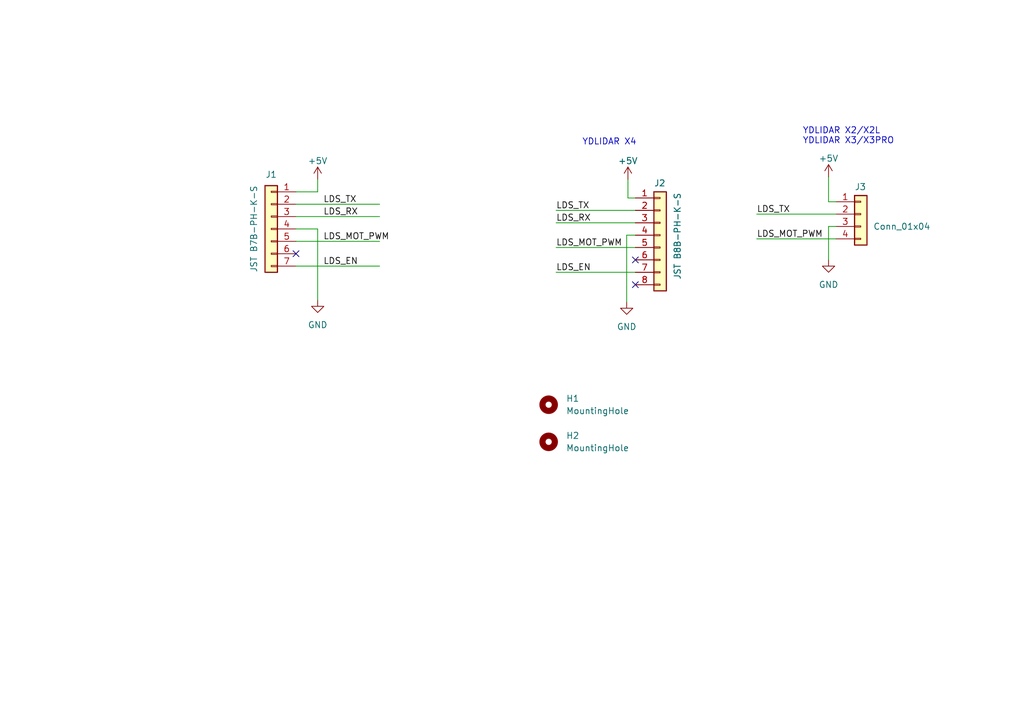
<source format=kicad_sch>
(kicad_sch (version 20230121) (generator eeschema)
  (paper "A5")
  (title_block (title "LDS Breakout") (date "2024-02-02") (rev "0.1.0") (company "makerspet.com"))
  (lib_symbols
    (symbol "Connector_Generic:Conn_01x04" (pin_names (offset 1.016) hide)
      (property "Reference" "J" (at 0 5.08 0))
      (property "Value" "Conn_01x04" (at 0 -7.62 0))
      (symbol "Conn_01x04_1_1"
        (rectangle (start -1.27 -4.953) (end 0 -5.207) (stroke (width 0.1524)))
        (rectangle (start -1.27 -2.413) (end 0 -2.667) (stroke (width 0.1524)))
        (rectangle (start -1.27 0.127) (end 0 -0.127) (stroke (width 0.1524)))
        (rectangle (start -1.27 2.667) (end 0 2.413) (stroke (width 0.1524)))
        (rectangle (start -1.27 3.81) (end 1.27 -6.35) (stroke (width 0.254)) (fill (type background)))
        (pin passive line (at -5.08 2.54 0) (length 3.81) (name "Pin_1") (number "1"))
        (pin passive line (at -5.08 0 0) (length 3.81) (name "Pin_2") (number "2"))
        (pin passive line (at -5.08 -2.54 0) (length 3.81) (name "Pin_3") (number "3"))
        (pin passive line (at -5.08 -5.08 0) (length 3.81) (name "Pin_4") (number "4"))
      )
    )
    (symbol "Connector_Generic:Conn_01x07" (pin_names (offset 1.016) hide)
      (property "Reference" "J" (at 0 10.16 0))
      (property "Value" "Conn_01x07" (at 0 -10.16 0))
      (symbol "Conn_01x07_1_1"
        (rectangle (start -1.27 -7.493) (end 0 -7.747) (stroke (width 0.1524)))
        (rectangle (start -1.27 -4.953) (end 0 -5.207) (stroke (width 0.1524)))
        (rectangle (start -1.27 -2.413) (end 0 -2.667) (stroke (width 0.1524)))
        (rectangle (start -1.27 0.127) (end 0 -0.127) (stroke (width 0.1524)))
        (rectangle (start -1.27 2.667) (end 0 2.413) (stroke (width 0.1524)))
        (rectangle (start -1.27 5.207) (end 0 4.953) (stroke (width 0.1524)))
        (rectangle (start -1.27 7.747) (end 0 7.493) (stroke (width 0.1524)))
        (rectangle (start -1.27 8.89) (end 1.27 -8.89) (stroke (width 0.254)) (fill (type background)))
        (pin passive line (at -5.08 7.62 0) (length 3.81) (name "Pin_1") (number "1"))
        (pin passive line (at -5.08 5.08 0) (length 3.81) (name "Pin_2") (number "2"))
        (pin passive line (at -5.08 2.54 0) (length 3.81) (name "Pin_3") (number "3"))
        (pin passive line (at -5.08 0 0) (length 3.81) (name "Pin_4") (number "4"))
        (pin passive line (at -5.08 -2.54 0) (length 3.81) (name "Pin_5") (number "5"))
        (pin passive line (at -5.08 -5.08 0) (length 3.81) (name "Pin_6") (number "6"))
        (pin passive line (at -5.08 -7.62 0) (length 3.81) (name "Pin_7") (number "7"))
      )
    )
    (symbol "Connector_Generic:Conn_01x08" (pin_names (offset 1.016) hide)
      (property "Reference" "J" (at 0 10.16 0))
      (property "Value" "Conn_01x08" (at 0 -12.7 0))
      (symbol "Conn_01x08_1_1"
        (rectangle (start -1.27 -10.033) (end 0 -10.287) (stroke (width 0.1524)))
        (rectangle (start -1.27 -7.493) (end 0 -7.747) (stroke (width 0.1524)))
        (rectangle (start -1.27 -4.953) (end 0 -5.207) (stroke (width 0.1524)))
        (rectangle (start -1.27 -2.413) (end 0 -2.667) (stroke (width 0.1524)))
        (rectangle (start -1.27 0.127) (end 0 -0.127) (stroke (width 0.1524)))
        (rectangle (start -1.27 2.667) (end 0 2.413) (stroke (width 0.1524)))
        (rectangle (start -1.27 5.207) (end 0 4.953) (stroke (width 0.1524)))
        (rectangle (start -1.27 7.747) (end 0 7.493) (stroke (width 0.1524)))
        (rectangle (start -1.27 8.89) (end 1.27 -11.43) (stroke (width 0.254)) (fill (type background)))
        (pin passive line (at -5.08 7.62 0) (length 3.81) (name "Pin_1") (number "1"))
        (pin passive line (at -5.08 5.08 0) (length 3.81) (name "Pin_2") (number "2"))
        (pin passive line (at -5.08 2.54 0) (length 3.81) (name "Pin_3") (number "3"))
        (pin passive line (at -5.08 0 0) (length 3.81) (name "Pin_4") (number "4"))
        (pin passive line (at -5.08 -2.54 0) (length 3.81) (name "Pin_5") (number "5"))
        (pin passive line (at -5.08 -5.08 0) (length 3.81) (name "Pin_6") (number "6"))
        (pin passive line (at -5.08 -7.62 0) (length 3.81) (name "Pin_7") (number "7"))
        (pin passive line (at -5.08 -10.16 0) (length 3.81) (name "Pin_8") (number "8"))
      )
    )
    (symbol "Mechanical:MountingHole" (pin_names (offset 1.016))
      (property "Reference" "H" (at 0 5.08 0))
      (property "Value" "MountingHole" (at 0 3.175 0))
      (symbol "MountingHole_0_1"
        (circle (center 0 0) (radius 1.27) (stroke (width 1.27)))
      )
    )
    (symbol "power:+5V" (power) (pin_names (offset 0))
      (property "Value" "+5V" (at 0 3.556 0))
      (symbol "+5V_0_1"
        (polyline (pts (xy -0.762 1.27) (xy 0 2.54)))
        (polyline (pts (xy 0 0) (xy 0 2.54)))
        (polyline (pts (xy 0 2.54) (xy 0.762 1.27)))
      )
      (symbol "+5V_1_1"
        (pin power_in line (at 0 0 90) (length 0) hide (name "+5V") (number "1"))
      )
    )
    (symbol "power:GND" (power) (pin_names (offset 0))
      (property "Value" "GND" (at 0 -3.81 0))
      (symbol "GND_0_1"
        (polyline (pts (xy 0 0) (xy 0 -1.27) (xy 1.27 -1.27) (xy 0 -2.54) (xy -1.27 -1.27) (xy 0 -1.27)))
      )
      (symbol "GND_1_1"
        (pin power_in line (at 0 0 270) (length 0) hide (name "GND") (number "1"))
      )
    )
  )
  (no_connect (at 130.302 53.34))
  (no_connect (at 130.302 58.42))
  (no_connect (at 60.706 52.07))
  (wire (pts (xy 60.706 54.61) (xy 77.851 54.61)))
  (wire (pts (xy 60.706 46.99) (xy 65.151 46.99)))
  (wire (pts (xy 128.778 36.83) (xy 128.778 40.64)))
  (wire (pts (xy 128.524 48.26) (xy 128.524 61.976)))
  (wire (pts (xy 130.302 48.26) (xy 128.524 48.26)))
  (wire (pts (xy 65.151 46.99) (xy 65.151 61.595)))
  (wire (pts (xy 60.706 39.37) (xy 65.151 39.37)))
  (wire (pts (xy 155.194 43.942) (xy 171.45 43.942)))
  (wire (pts (xy 60.706 49.53) (xy 77.851 49.53)))
  (wire (pts (xy 60.706 41.91) (xy 77.851 41.91)))
  (wire (pts (xy 171.45 41.402) (xy 169.926 41.402)))
  (wire (pts (xy 155.194 49.022) (xy 171.45 49.022)))
  (wire (pts (xy 171.45 46.482) (xy 169.926 46.482)))
  (wire (pts (xy 114.046 50.8) (xy 130.302 50.8)))
  (wire (pts (xy 114.046 55.88) (xy 130.302 55.88)))
  (wire (pts (xy 114.046 45.72) (xy 130.302 45.72)))
  (wire (pts (xy 60.706 44.45) (xy 77.851 44.45)))
  (wire (pts (xy 65.151 36.83) (xy 65.151 39.37)))
  (wire (pts (xy 169.926 46.482) (xy 169.926 53.34)))
  (wire (pts (xy 114.046 43.18) (xy 130.302 43.18)))
  (wire (pts (xy 169.926 36.322) (xy 169.926 41.402)))
  (wire (pts (xy 130.302 40.64) (xy 128.778 40.64)))
  (text "YDLIDAR X4" (at 119.38 29.972 0) (effects (font (size 1.27 1.27)) (justify left bottom)))
  (text "YDLIDAR X2/X2L\nYDLIDAR X3/X3PRO" (at 164.592 29.718 0) (effects (font (size 1.27 1.27)) (justify left bottom)))
  (label "LDS_TX" (at 114.046 43.18 0))
  (label "LDS_TX" (at 66.294 41.91 0))
  (label "LDS_EN" (at 66.294 54.61 0))
  (label "LDS_RX" (at 114.046 45.72 0))
  (label "LDS_MOT_PWM" (at 66.294 49.53 0))
  (label "LDS_RX" (at 66.294 44.45 0))
  (label "LDS_TX" (at 155.194 43.942 0))
  (label "LDS_MOT_PWM" (at 155.194 49.022 0))
  (label "LDS_EN" (at 114.046 55.88 0))
  (label "LDS_MOT_PWM" (at 114.046 50.8 0))
  (symbol (lib_id "power:GND") (at 65.151 61.595 0) (unit 1)
    (property "Reference" "#PWR02" (effects hide))
    (property "Value" "GND" (at 65.151 66.675 0))
  )
  (symbol (lib_id "power:+5V") (at 169.926 36.322 0) (unit 1)
    (property "Reference" "#PWR05" (effects hide))
    (property "Value" "+5V" (at 169.926 32.512 0))
  )
  (symbol (lib_id "Connector_Generic:Conn_01x07") (at 55.626 46.99 0) (mirror y) (unit 1)
    (property "Reference" "J1" (at 55.626 35.814 0))
    (property "Value" "JST B7B-PH-K-S" (at 52.07 46.99 90))
    (property "Footprint" "Connector_JST:JST_PH_B7B-PH-K_1x07_P2.00mm_Vertical" (effects hide))
  )
  (symbol (lib_id "Mechanical:MountingHole") (at 112.522 90.678 0) (unit 1) (in_bom no)
    (property "Reference" "H2" (at 116.078 89.408 0) (effects (justify left)))
    (property "Value" "MountingHole" (at 116.078 91.948 0) (effects (justify left)))
    (property "Footprint" "MountingHole:MountingHole_3.2mm_M3" (effects hide))
  )
  (symbol (lib_id "power:GND") (at 128.524 61.976 0) (unit 1)
    (property "Reference" "#PWR04" (effects hide))
    (property "Value" "GND" (at 128.524 67.056 0))
  )
  (symbol (lib_id "Connector_Generic:Conn_01x08") (at 135.382 48.26 0) (unit 1)
    (property "Reference" "J2" (at 134.112 37.592 0) (effects (justify left)))
    (property "Value" "JST B8B-PH-K-S" (at 138.938 57.404 90) (effects (justify left)))
    (property "Footprint" "Connector_JST:JST_PH_B8B-PH-K_1x08_P2.00mm_Vertical" (effects hide))
  )
  (symbol (lib_id "Connector_Generic:Conn_01x04") (at 176.53 43.942 0) (unit 1)
    (property "Reference" "J3" (at 175.26 38.354 0) (effects (justify left)))
    (property "Value" "Conn_01x04" (at 179.07 46.482 0) (effects (justify left)))
    (property "Footprint" "Connector_Molex:Molex_PicoBlade_53398-0471_1x04-1MP_P1.25mm_Vertical" (effects hide))
  )
  (symbol (lib_id "power:+5V") (at 65.151 36.83 0) (unit 1)
    (property "Reference" "#PWR01" (effects hide))
    (property "Value" "+5V" (at 65.151 33.02 0))
  )
  (symbol (lib_id "power:GND") (at 169.926 53.34 0) (unit 1)
    (property "Reference" "#PWR06" (effects hide))
    (property "Value" "GND" (at 169.926 58.42 0))
  )
  (symbol (lib_id "Mechanical:MountingHole") (at 112.522 83.058 0) (unit 1) (in_bom no)
    (property "Reference" "H1" (at 116.078 81.788 0) (effects (justify left)))
    (property "Value" "MountingHole" (at 116.078 84.328 0) (effects (justify left)))
    (property "Footprint" "MountingHole:MountingHole_3.2mm_M3" (effects hide))
  )
  (symbol (lib_id "power:+5V") (at 128.778 36.83 0) (unit 1)
    (property "Reference" "#PWR03" (effects hide))
    (property "Value" "+5V" (at 128.778 33.02 0))
  )
)
</source>
